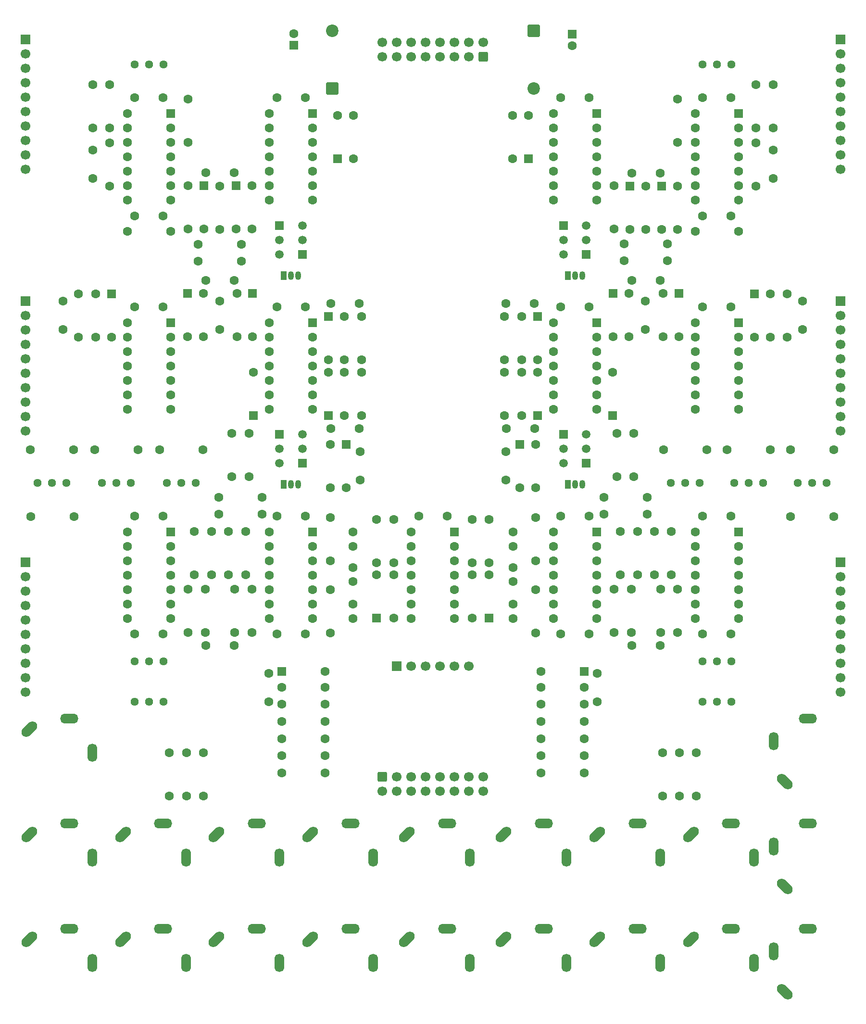
<source format=gbs>
%TF.GenerationSoftware,KiCad,Pcbnew,9.0.4*%
%TF.CreationDate,2025-10-03T19:29:25+02:00*%
%TF.ProjectId,DMH_VCEG_PCB_1,444d485f-5643-4454-975f-5043425f312e,1*%
%TF.SameCoordinates,Original*%
%TF.FileFunction,Soldermask,Bot*%
%TF.FilePolarity,Negative*%
%FSLAX46Y46*%
G04 Gerber Fmt 4.6, Leading zero omitted, Abs format (unit mm)*
G04 Created by KiCad (PCBNEW 9.0.4) date 2025-10-03 19:29:25*
%MOMM*%
%LPD*%
G01*
G04 APERTURE LIST*
G04 Aperture macros list*
%AMRoundRect*
0 Rectangle with rounded corners*
0 $1 Rounding radius*
0 $2 $3 $4 $5 $6 $7 $8 $9 X,Y pos of 4 corners*
0 Add a 4 corners polygon primitive as box body*
4,1,4,$2,$3,$4,$5,$6,$7,$8,$9,$2,$3,0*
0 Add four circle primitives for the rounded corners*
1,1,$1+$1,$2,$3*
1,1,$1+$1,$4,$5*
1,1,$1+$1,$6,$7*
1,1,$1+$1,$8,$9*
0 Add four rect primitives between the rounded corners*
20,1,$1+$1,$2,$3,$4,$5,0*
20,1,$1+$1,$4,$5,$6,$7,0*
20,1,$1+$1,$6,$7,$8,$9,0*
20,1,$1+$1,$8,$9,$2,$3,0*%
%AMHorizOval*
0 Thick line with rounded ends*
0 $1 width*
0 $2 $3 position (X,Y) of the first rounded end (center of the circle)*
0 $4 $5 position (X,Y) of the second rounded end (center of the circle)*
0 Add line between two ends*
20,1,$1,$2,$3,$4,$5,0*
0 Add two circle primitives to create the rounded ends*
1,1,$1,$2,$3*
1,1,$1,$4,$5*%
G04 Aperture macros list end*
%ADD10HorizOval,1.712000X-0.533159X-0.533159X0.533159X0.533159X0*%
%ADD11O,1.712000X3.220000*%
%ADD12O,3.220000X1.712000*%
%ADD13R,1.700000X1.700000*%
%ADD14C,1.700000*%
%ADD15HorizOval,1.712000X-0.533159X0.533159X0.533159X-0.533159X0*%
%ADD16C,1.600000*%
%ADD17C,1.440000*%
%ADD18RoundRect,0.250000X0.550000X0.550000X-0.550000X0.550000X-0.550000X-0.550000X0.550000X-0.550000X0*%
%ADD19R,1.050000X1.500000*%
%ADD20O,1.050000X1.500000*%
%ADD21RoundRect,0.250000X0.550000X-0.550000X0.550000X0.550000X-0.550000X0.550000X-0.550000X-0.550000X0*%
%ADD22RoundRect,0.250000X-0.550000X0.550000X-0.550000X-0.550000X0.550000X-0.550000X0.550000X0.550000X0*%
%ADD23RoundRect,0.249999X-0.850001X0.850001X-0.850001X-0.850001X0.850001X-0.850001X0.850001X0.850001X0*%
%ADD24C,2.200000*%
%ADD25R,1.500000X1.500000*%
%ADD26C,1.500000*%
%ADD27RoundRect,0.250000X-0.600000X0.600000X-0.600000X-0.600000X0.600000X-0.600000X0.600000X0.600000X0*%
%ADD28RoundRect,0.250000X0.600000X-0.600000X0.600000X0.600000X-0.600000X0.600000X-0.600000X-0.600000X0*%
%ADD29RoundRect,0.249999X0.850001X-0.850001X0.850001X0.850001X-0.850001X0.850001X-0.850001X-0.850001X0*%
%ADD30RoundRect,0.250000X-0.550000X-0.550000X0.550000X-0.550000X0.550000X0.550000X-0.550000X0.550000X0*%
G04 APERTURE END LIST*
D10*
%TO.C,J19*%
X145403810Y-204153810D03*
D11*
X156500000Y-208250000D03*
D12*
X152500000Y-202250000D03*
%TD*%
D10*
%TO.C,J14*%
X112403810Y-185653810D03*
D11*
X123500000Y-189750000D03*
D12*
X119500000Y-183750000D03*
%TD*%
D13*
%TO.C,J24*%
X93650000Y-156000000D03*
D14*
X96190000Y-156000000D03*
X98730000Y-156000000D03*
X101270000Y-156000000D03*
X103810000Y-156000000D03*
X106350000Y-156000000D03*
%TD*%
D10*
%TO.C,J3*%
X61903810Y-185653810D03*
D11*
X73000000Y-189750000D03*
D12*
X69000000Y-183750000D03*
%TD*%
D10*
%TO.C,J1*%
X28903810Y-185653810D03*
D11*
X40000000Y-189750000D03*
D12*
X36000000Y-183750000D03*
%TD*%
D10*
%TO.C,J5*%
X78403810Y-204153810D03*
D11*
X89500000Y-208250000D03*
D12*
X85500000Y-202250000D03*
%TD*%
D15*
%TO.C,J20*%
X161903810Y-213346190D03*
D12*
X166000000Y-202250000D03*
D11*
X160000000Y-206250000D03*
%TD*%
D10*
%TO.C,J4*%
X78403810Y-185653810D03*
D11*
X89500000Y-189750000D03*
D12*
X85500000Y-183750000D03*
%TD*%
D10*
%TO.C,J18*%
X128903810Y-204153810D03*
D11*
X140000000Y-208250000D03*
D12*
X136000000Y-202250000D03*
%TD*%
D13*
%TO.C,J21*%
X28250000Y-45750000D03*
D14*
X28250000Y-48290000D03*
X28250000Y-50830000D03*
X28250000Y-53370000D03*
X28250000Y-55910000D03*
X28250000Y-58450000D03*
X28250000Y-60990000D03*
X28250000Y-63530000D03*
X28250000Y-66070000D03*
X28250000Y-68610000D03*
%TD*%
D10*
%TO.C,J7*%
X95403810Y-185653810D03*
D11*
X106500000Y-189750000D03*
D12*
X102500000Y-183750000D03*
%TD*%
D10*
%TO.C,J8*%
X61903810Y-204153810D03*
D11*
X73000000Y-208250000D03*
D12*
X69000000Y-202250000D03*
%TD*%
D13*
%TO.C,J27*%
X171750000Y-137750000D03*
D14*
X171750000Y-140290000D03*
X171750000Y-142830000D03*
X171750000Y-145370000D03*
X171750000Y-147910000D03*
X171750000Y-150450000D03*
X171750000Y-152990000D03*
X171750000Y-155530000D03*
X171750000Y-158070000D03*
X171750000Y-160610000D03*
%TD*%
D13*
%TO.C,J23*%
X28250000Y-137750000D03*
D14*
X28250000Y-140290000D03*
X28250000Y-142830000D03*
X28250000Y-145370000D03*
X28250000Y-147910000D03*
X28250000Y-150450000D03*
X28250000Y-152990000D03*
X28250000Y-155530000D03*
X28250000Y-158070000D03*
X28250000Y-160610000D03*
%TD*%
D10*
%TO.C,J10*%
X28903810Y-204153810D03*
D11*
X40000000Y-208250000D03*
D12*
X36000000Y-202250000D03*
%TD*%
D10*
%TO.C,J13*%
X128903810Y-185653810D03*
D11*
X140000000Y-189750000D03*
D12*
X136000000Y-183750000D03*
%TD*%
D13*
%TO.C,J26*%
X171750000Y-91750000D03*
D14*
X171750000Y-94290000D03*
X171750000Y-96830000D03*
X171750000Y-99370000D03*
X171750000Y-101910000D03*
X171750000Y-104450000D03*
X171750000Y-106990000D03*
X171750000Y-109530000D03*
X171750000Y-112070000D03*
X171750000Y-114610000D03*
%TD*%
D10*
%TO.C,J6*%
X28903810Y-167153810D03*
D11*
X40000000Y-171250000D03*
D12*
X36000000Y-165250000D03*
%TD*%
D13*
%TO.C,J22*%
X28250000Y-91750000D03*
D14*
X28250000Y-94290000D03*
X28250000Y-96830000D03*
X28250000Y-99370000D03*
X28250000Y-101910000D03*
X28250000Y-104450000D03*
X28250000Y-106990000D03*
X28250000Y-109530000D03*
X28250000Y-112070000D03*
X28250000Y-114610000D03*
%TD*%
D10*
%TO.C,J12*%
X145403810Y-185653810D03*
D11*
X156500000Y-189750000D03*
D12*
X152500000Y-183750000D03*
%TD*%
D10*
%TO.C,J2*%
X45403810Y-185653810D03*
D11*
X56500000Y-189750000D03*
D12*
X52500000Y-183750000D03*
%TD*%
D15*
%TO.C,J16*%
X161903810Y-176346190D03*
D12*
X166000000Y-165250000D03*
D11*
X160000000Y-169250000D03*
%TD*%
D13*
%TO.C,J25*%
X171750000Y-45750000D03*
D14*
X171750000Y-48290000D03*
X171750000Y-50830000D03*
X171750000Y-53370000D03*
X171750000Y-55910000D03*
X171750000Y-58450000D03*
X171750000Y-60990000D03*
X171750000Y-63530000D03*
X171750000Y-66070000D03*
X171750000Y-68610000D03*
%TD*%
D10*
%TO.C,J17*%
X95403810Y-204153810D03*
D11*
X106500000Y-208250000D03*
D12*
X102500000Y-202250000D03*
%TD*%
D15*
%TO.C,J11*%
X161903810Y-194846190D03*
D12*
X166000000Y-183750000D03*
D11*
X160000000Y-187750000D03*
%TD*%
D10*
%TO.C,J15*%
X112403810Y-204153810D03*
D11*
X123500000Y-208250000D03*
D12*
X119500000Y-202250000D03*
%TD*%
D10*
%TO.C,J9*%
X45403810Y-204153810D03*
D11*
X56500000Y-208250000D03*
D12*
X52500000Y-202250000D03*
%TD*%
D16*
%TO.C,R110*%
X119000000Y-159750000D03*
X126620000Y-159750000D03*
%TD*%
D17*
%TO.C,RV20*%
X52540000Y-155200000D03*
X50000000Y-155200000D03*
X47460000Y-155200000D03*
%TD*%
D16*
%TO.C,R143*%
X112600000Y-111910000D03*
X112600000Y-104290000D03*
%TD*%
%TO.C,R106*%
X118990000Y-171800000D03*
X126610000Y-171800000D03*
%TD*%
%TO.C,R35*%
X43100000Y-71510000D03*
X43100000Y-63890000D03*
%TD*%
%TO.C,R5*%
X81900000Y-150210000D03*
X81900000Y-142590000D03*
%TD*%
%TO.C,R131*%
X130090000Y-129300000D03*
X137710000Y-129300000D03*
%TD*%
D18*
%TO.C,U16*%
X153810000Y-95585000D03*
D16*
X153810000Y-98125000D03*
X153810000Y-100665000D03*
X153810000Y-103205000D03*
X153810000Y-105745000D03*
X153810000Y-108285000D03*
X153810000Y-110825000D03*
X146190000Y-110825000D03*
X146190000Y-108285000D03*
X146190000Y-105745000D03*
X146190000Y-103205000D03*
X146190000Y-100665000D03*
X146190000Y-98125000D03*
X146190000Y-95585000D03*
%TD*%
%TO.C,C27*%
X152500000Y-56000000D03*
X147500000Y-56000000D03*
%TD*%
%TO.C,C5*%
X72500000Y-56000000D03*
X77500000Y-56000000D03*
%TD*%
%TO.C,R39*%
X87400000Y-94490000D03*
X87400000Y-102110000D03*
%TD*%
D19*
%TO.C,Q5*%
X73730000Y-123990000D03*
D20*
X75000000Y-123990000D03*
X76270000Y-123990000D03*
%TD*%
D17*
%TO.C,RV41*%
X152540000Y-155200000D03*
X150000000Y-155200000D03*
X147460000Y-155200000D03*
%TD*%
D16*
%TO.C,R132*%
X156900000Y-71510000D03*
X156900000Y-63890000D03*
%TD*%
%TO.C,C22*%
X127500000Y-129600000D03*
X122500000Y-129600000D03*
%TD*%
%TO.C,R91*%
X59600000Y-171290000D03*
X59600000Y-178910000D03*
%TD*%
D18*
%TO.C,U11*%
X128810000Y-132385000D03*
D16*
X128810000Y-134925000D03*
X128810000Y-137465000D03*
X128810000Y-140005000D03*
X128810000Y-142545000D03*
X128810000Y-145085000D03*
X128810000Y-147625000D03*
X121190000Y-147625000D03*
X121190000Y-145085000D03*
X121190000Y-142545000D03*
X121190000Y-140005000D03*
X121190000Y-137465000D03*
X121190000Y-134925000D03*
X121190000Y-132385000D03*
%TD*%
%TO.C,R114*%
X106900000Y-130190000D03*
X106900000Y-137810000D03*
%TD*%
%TO.C,R25*%
X56900000Y-79110000D03*
X56900000Y-71490000D03*
%TD*%
%TO.C,R34*%
X69910000Y-129300000D03*
X62290000Y-129300000D03*
%TD*%
%TO.C,R193*%
X139000000Y-132290000D03*
X139000000Y-139910000D03*
%TD*%
%TO.C,C10*%
X47500000Y-92800000D03*
X52500000Y-92800000D03*
%TD*%
%TO.C,C68*%
X135000000Y-88100000D03*
X140000000Y-88100000D03*
%TD*%
%TO.C,C6*%
X72500000Y-92800000D03*
X77500000Y-92800000D03*
%TD*%
D18*
%TO.C,U1*%
X78810000Y-132385000D03*
D16*
X78810000Y-134925000D03*
X78810000Y-137465000D03*
X78810000Y-140005000D03*
X78810000Y-142545000D03*
X78810000Y-145085000D03*
X78810000Y-147625000D03*
X71190000Y-147625000D03*
X71190000Y-145085000D03*
X71190000Y-142545000D03*
X71190000Y-140005000D03*
X71190000Y-137465000D03*
X71190000Y-134925000D03*
X71190000Y-132385000D03*
%TD*%
%TO.C,C25*%
X122500000Y-92800000D03*
X127500000Y-92800000D03*
%TD*%
%TO.C,R19*%
X159900000Y-53690000D03*
X159900000Y-61310000D03*
%TD*%
%TO.C,C11*%
X52500000Y-129600000D03*
X47500000Y-129600000D03*
%TD*%
%TO.C,R14*%
X81010000Y-162750000D03*
X73390000Y-162750000D03*
%TD*%
%TO.C,R40*%
X29090000Y-117900000D03*
X36710000Y-117900000D03*
%TD*%
D19*
%TO.C,Q21*%
X123730000Y-123990000D03*
D20*
X125000000Y-123990000D03*
X126270000Y-123990000D03*
%TD*%
D19*
%TO.C,Q6*%
X73730000Y-87270000D03*
D20*
X75000000Y-87270000D03*
X76270000Y-87270000D03*
%TD*%
D21*
%TO.C,C2*%
X75500000Y-46705113D03*
D16*
X75500000Y-44705113D03*
%TD*%
%TO.C,C8*%
X52500000Y-56000000D03*
X47500000Y-56000000D03*
%TD*%
%TO.C,R41*%
X46190000Y-79500000D03*
X53810000Y-79500000D03*
%TD*%
%TO.C,R118*%
X118990000Y-165800000D03*
X126610000Y-165800000D03*
%TD*%
%TO.C,R108*%
X59600000Y-98060000D03*
X59600000Y-90440000D03*
%TD*%
%TO.C,C59*%
X128900000Y-157300000D03*
X128900000Y-162300000D03*
%TD*%
D22*
%TO.C,D33*%
X118400000Y-94490000D03*
D16*
X118400000Y-102110000D03*
%TD*%
%TO.C,C48*%
X85900000Y-134950000D03*
X85900000Y-132450000D03*
%TD*%
%TO.C,R1*%
X67600000Y-115090000D03*
X67600000Y-122710000D03*
%TD*%
D23*
%TO.C,D1*%
X117750000Y-44170000D03*
D24*
X117750000Y-54330000D03*
%TD*%
D16*
%TO.C,R45*%
X84400000Y-111910000D03*
X84400000Y-104290000D03*
%TD*%
D22*
%TO.C,D6*%
X65300000Y-71490000D03*
D16*
X65300000Y-79110000D03*
%TD*%
%TO.C,R190*%
X140590000Y-117900000D03*
X148210000Y-117900000D03*
%TD*%
%TO.C,R22*%
X53600000Y-178910000D03*
X53600000Y-171290000D03*
%TD*%
D21*
%TO.C,D3*%
X68400000Y-111910000D03*
D16*
X68400000Y-104290000D03*
%TD*%
%TO.C,C47*%
X65000000Y-69200000D03*
X60000000Y-69200000D03*
%TD*%
D22*
%TO.C,D43*%
X43400000Y-90490000D03*
D16*
X43400000Y-98110000D03*
%TD*%
D22*
%TO.C,C1*%
X124500000Y-44794888D03*
D16*
X124500000Y-46794888D03*
%TD*%
%TO.C,R42*%
X40490000Y-117900000D03*
X48110000Y-117900000D03*
%TD*%
%TO.C,R13*%
X81010000Y-159750000D03*
X73390000Y-159750000D03*
%TD*%
%TO.C,R101*%
X134900000Y-142490000D03*
X134900000Y-150110000D03*
%TD*%
%TO.C,R8*%
X64600000Y-122710000D03*
X64600000Y-115090000D03*
%TD*%
D22*
%TO.C,D14*%
X81600000Y-94490000D03*
D16*
X81600000Y-102110000D03*
%TD*%
%TO.C,R4*%
X65100000Y-142490000D03*
X65100000Y-150110000D03*
%TD*%
%TO.C,R133*%
X133000000Y-139910000D03*
X133000000Y-132290000D03*
%TD*%
%TO.C,R136*%
X112600000Y-94490000D03*
X112600000Y-102110000D03*
%TD*%
%TO.C,R116*%
X37600000Y-98110000D03*
X37600000Y-90490000D03*
%TD*%
%TO.C,C28*%
X152500000Y-76800000D03*
X147500000Y-76800000D03*
%TD*%
%TO.C,C77*%
X62500000Y-96800000D03*
X62500000Y-91800000D03*
%TD*%
%TO.C,C53*%
X40100000Y-70200000D03*
X40100000Y-65200000D03*
%TD*%
D17*
%TO.C,RV21*%
X52540000Y-162305000D03*
X50000000Y-162305000D03*
X47460000Y-162305000D03*
%TD*%
D22*
%TO.C,D26*%
X140300000Y-71500000D03*
D16*
X140300000Y-79120000D03*
%TD*%
%TO.C,R92*%
X56900000Y-142490000D03*
X56900000Y-150110000D03*
%TD*%
%TO.C,R139*%
X159410000Y-117900000D03*
X151790000Y-117900000D03*
%TD*%
%TO.C,R194*%
X136000000Y-132290000D03*
X136000000Y-139910000D03*
%TD*%
%TO.C,R97*%
X64000000Y-132290000D03*
X64000000Y-139910000D03*
%TD*%
D18*
%TO.C,U17*%
X153810000Y-132385000D03*
D16*
X153810000Y-134925000D03*
X153810000Y-137465000D03*
X153810000Y-140005000D03*
X153810000Y-142545000D03*
X153810000Y-145085000D03*
X153810000Y-147625000D03*
X146190000Y-147625000D03*
X146190000Y-145085000D03*
X146190000Y-142545000D03*
X146190000Y-140005000D03*
X146190000Y-137465000D03*
X146190000Y-134925000D03*
X146190000Y-132385000D03*
%TD*%
D21*
%TO.C,D34*%
X116800000Y-66710000D03*
D16*
X116800000Y-59090000D03*
%TD*%
%TO.C,C12*%
X52500000Y-150400000D03*
X47500000Y-150400000D03*
%TD*%
%TO.C,R36*%
X67000000Y-139910000D03*
X67000000Y-132290000D03*
%TD*%
%TO.C,R199*%
X156900000Y-61310000D03*
X156900000Y-53690000D03*
%TD*%
D17*
%TO.C,RV19*%
X58240000Y-123805000D03*
X55700000Y-123805000D03*
X53160000Y-123805000D03*
%TD*%
D16*
%TO.C,C31*%
X152500000Y-150400000D03*
X147500000Y-150400000D03*
%TD*%
D22*
%TO.C,D12*%
X68250000Y-90440000D03*
D16*
X68250000Y-98060000D03*
%TD*%
%TO.C,R16*%
X90100000Y-137810000D03*
X90100000Y-130190000D03*
%TD*%
D17*
%TO.C,RV24*%
X147460000Y-50095000D03*
X150000000Y-50095000D03*
X152540000Y-50095000D03*
%TD*%
D21*
%TO.C,D32*%
X109900000Y-147610000D03*
D16*
X109900000Y-139990000D03*
%TD*%
D22*
%TO.C,D41*%
X56800000Y-90440000D03*
D16*
X56800000Y-98060000D03*
%TD*%
%TO.C,R98*%
X132400000Y-115090000D03*
X132400000Y-122710000D03*
%TD*%
%TO.C,C58*%
X135000000Y-152400000D03*
X140000000Y-152400000D03*
%TD*%
%TO.C,R20*%
X81010000Y-168800000D03*
X73390000Y-168800000D03*
%TD*%
%TO.C,C55*%
X82000000Y-114200000D03*
X87000000Y-114200000D03*
%TD*%
%TO.C,R7*%
X59900000Y-150110000D03*
X59900000Y-142490000D03*
%TD*%
%TO.C,C42*%
X65000000Y-152400000D03*
X60000000Y-152400000D03*
%TD*%
%TO.C,R9*%
X81010000Y-171800000D03*
X73390000Y-171800000D03*
%TD*%
%TO.C,R141*%
X143100000Y-63810000D03*
X143100000Y-56190000D03*
%TD*%
D22*
%TO.C,D5*%
X84700000Y-116990000D03*
D16*
X84700000Y-124610000D03*
%TD*%
%TO.C,C72*%
X97500000Y-129600000D03*
X102500000Y-129600000D03*
%TD*%
D18*
%TO.C,U7*%
X53810000Y-132385000D03*
D16*
X53810000Y-134925000D03*
X53810000Y-137465000D03*
X53810000Y-140005000D03*
X53810000Y-142545000D03*
X53810000Y-145085000D03*
X53810000Y-147625000D03*
X46190000Y-147625000D03*
X46190000Y-145085000D03*
X46190000Y-142545000D03*
X46190000Y-140005000D03*
X46190000Y-137465000D03*
X46190000Y-134925000D03*
X46190000Y-132385000D03*
%TD*%
%TO.C,R21*%
X81010000Y-165800000D03*
X73390000Y-165800000D03*
%TD*%
%TO.C,R47*%
X86000000Y-66710000D03*
X86000000Y-59090000D03*
%TD*%
D22*
%TO.C,D44*%
X156600000Y-90490000D03*
D16*
X156600000Y-98110000D03*
%TD*%
%TO.C,C78*%
X137400000Y-96800000D03*
X137400000Y-91800000D03*
%TD*%
%TO.C,R32*%
X93100000Y-139990000D03*
X93100000Y-147610000D03*
%TD*%
%TO.C,C63*%
X135000000Y-69210000D03*
X140000000Y-69210000D03*
%TD*%
%TO.C,C46*%
X87200000Y-118300000D03*
X87200000Y-123300000D03*
%TD*%
%TO.C,R31*%
X65500000Y-90440000D03*
X65500000Y-98060000D03*
%TD*%
%TO.C,R100*%
X137500000Y-71500000D03*
X137500000Y-79120000D03*
%TD*%
%TO.C,R2*%
X58690000Y-81750000D03*
X66310000Y-81750000D03*
%TD*%
%TO.C,R120*%
X118100000Y-129890000D03*
X118100000Y-137510000D03*
%TD*%
D25*
%TO.C,Q20*%
X127000000Y-83560000D03*
D26*
X127000000Y-81020000D03*
X127000000Y-78480000D03*
%TD*%
D16*
%TO.C,C30*%
X152500000Y-129600000D03*
X147500000Y-129600000D03*
%TD*%
%TO.C,R43*%
X106900000Y-139990000D03*
X106900000Y-147610000D03*
%TD*%
%TO.C,R122*%
X143100000Y-79120000D03*
X143100000Y-71500000D03*
%TD*%
D25*
%TO.C,Q17*%
X123000000Y-115200000D03*
D26*
X123000000Y-117740000D03*
X123000000Y-120280000D03*
%TD*%
D16*
%TO.C,R188*%
X140400000Y-171290000D03*
X140400000Y-178910000D03*
%TD*%
D25*
%TO.C,Q4*%
X77000000Y-83560000D03*
D26*
X77000000Y-81020000D03*
X77000000Y-78480000D03*
%TD*%
D16*
%TO.C,R129*%
X159400000Y-90490000D03*
X159400000Y-98110000D03*
%TD*%
D18*
%TO.C,U12*%
X128810000Y-58785000D03*
D16*
X128810000Y-61325000D03*
X128810000Y-63865000D03*
X128810000Y-66405000D03*
X128810000Y-68945000D03*
X128810000Y-71485000D03*
X128810000Y-74025000D03*
X121190000Y-74025000D03*
X121190000Y-71485000D03*
X121190000Y-68945000D03*
X121190000Y-66405000D03*
X121190000Y-63865000D03*
X121190000Y-61325000D03*
X121190000Y-58785000D03*
%TD*%
%TO.C,C44*%
X85900000Y-141150000D03*
X85900000Y-138650000D03*
%TD*%
%TO.C,R95*%
X56600000Y-171290000D03*
X56600000Y-178910000D03*
%TD*%
D27*
%TO.C,J200*%
X91110000Y-175497500D03*
D14*
X93650000Y-175497500D03*
X96190000Y-175497500D03*
X98730000Y-175497500D03*
X101270000Y-175497500D03*
X103810000Y-175497500D03*
X106350000Y-175497500D03*
X108890000Y-175497500D03*
X91110000Y-178037500D03*
X93650000Y-178037500D03*
X96190000Y-178037500D03*
X98730000Y-178037500D03*
X101270000Y-178037500D03*
X103810000Y-178037500D03*
X106350000Y-178037500D03*
X108890000Y-178037500D03*
%TD*%
D16*
%TO.C,R117*%
X118990000Y-168800000D03*
X126610000Y-168800000D03*
%TD*%
D28*
%TO.C,J100*%
X108890000Y-48752500D03*
D14*
X108890000Y-46212500D03*
X106350000Y-48752500D03*
X106350000Y-46212500D03*
X103810000Y-48752500D03*
X103810000Y-46212500D03*
X101270000Y-48752500D03*
X101270000Y-46212500D03*
X98730000Y-48752500D03*
X98730000Y-46212500D03*
X96190000Y-48752500D03*
X96190000Y-46212500D03*
X93650000Y-48752500D03*
X93650000Y-46212500D03*
X91110000Y-48752500D03*
X91110000Y-46212500D03*
%TD*%
D16*
%TO.C,C80*%
X34900000Y-96800000D03*
X34900000Y-91800000D03*
%TD*%
D25*
%TO.C,Q18*%
X127000000Y-120290000D03*
D26*
X127000000Y-117750000D03*
X127000000Y-115210000D03*
%TD*%
D17*
%TO.C,RV40*%
X146940000Y-123805000D03*
X144400000Y-123805000D03*
X141860000Y-123805000D03*
%TD*%
D16*
%TO.C,R140*%
X162400000Y-98110000D03*
X162400000Y-90490000D03*
%TD*%
%TO.C,C69*%
X159900000Y-70200000D03*
X159900000Y-65200000D03*
%TD*%
%TO.C,R128*%
X134500000Y-90440000D03*
X134500000Y-98060000D03*
%TD*%
%TO.C,R142*%
X115600000Y-111910000D03*
X115600000Y-104290000D03*
%TD*%
%TO.C,C56*%
X165100000Y-96800000D03*
X165100000Y-91800000D03*
%TD*%
%TO.C,R137*%
X170610000Y-117900000D03*
X162990000Y-117900000D03*
%TD*%
%TO.C,C60*%
X114100000Y-141150000D03*
X114100000Y-138650000D03*
%TD*%
D25*
%TO.C,Q1*%
X73000000Y-115200000D03*
D26*
X73000000Y-117740000D03*
X73000000Y-120280000D03*
%TD*%
D21*
%TO.C,D22*%
X131600000Y-111910000D03*
D16*
X131600000Y-104290000D03*
%TD*%
%TO.C,R138*%
X146190000Y-79500000D03*
X153810000Y-79500000D03*
%TD*%
%TO.C,R123*%
X131900000Y-79110000D03*
X131900000Y-71490000D03*
%TD*%
%TO.C,C64*%
X114100000Y-134950000D03*
X114100000Y-132450000D03*
%TD*%
%TO.C,R135*%
X115600000Y-94490000D03*
X115600000Y-102110000D03*
%TD*%
%TO.C,R102*%
X118100000Y-150210000D03*
X118100000Y-142590000D03*
%TD*%
D22*
%TO.C,D42*%
X143300000Y-90440000D03*
D16*
X143300000Y-98060000D03*
%TD*%
%TO.C,R23*%
X81900000Y-129890000D03*
X81900000Y-137510000D03*
%TD*%
%TO.C,C54*%
X82000000Y-92200000D03*
X87000000Y-92200000D03*
%TD*%
D18*
%TO.C,U25*%
X103810000Y-132385000D03*
D16*
X103810000Y-134925000D03*
X103810000Y-137465000D03*
X103810000Y-140005000D03*
X103810000Y-142545000D03*
X103810000Y-145085000D03*
X103810000Y-147625000D03*
X96190000Y-147625000D03*
X96190000Y-145085000D03*
X96190000Y-142545000D03*
X96190000Y-140005000D03*
X96190000Y-137465000D03*
X96190000Y-134925000D03*
X96190000Y-132385000D03*
%TD*%
D18*
%TO.C,U13*%
X128810000Y-95585000D03*
D16*
X128810000Y-98125000D03*
X128810000Y-100665000D03*
X128810000Y-103205000D03*
X128810000Y-105745000D03*
X128810000Y-108285000D03*
X128810000Y-110825000D03*
X121190000Y-110825000D03*
X121190000Y-108285000D03*
X121190000Y-105745000D03*
X121190000Y-103205000D03*
X121190000Y-100665000D03*
X121190000Y-98125000D03*
X121190000Y-95585000D03*
%TD*%
%TO.C,C29*%
X147500000Y-92800000D03*
X152500000Y-92800000D03*
%TD*%
%TO.C,R96*%
X61000000Y-132290000D03*
X61000000Y-139910000D03*
%TD*%
%TO.C,R189*%
X143100000Y-142490000D03*
X143100000Y-150110000D03*
%TD*%
%TO.C,R191*%
X142000000Y-132290000D03*
X142000000Y-139910000D03*
%TD*%
D25*
%TO.C,Q19*%
X123000000Y-78460000D03*
D26*
X123000000Y-81000000D03*
X123000000Y-83540000D03*
%TD*%
D16*
%TO.C,R93*%
X59510000Y-117900000D03*
X51890000Y-117900000D03*
%TD*%
D17*
%TO.C,RV3*%
X47460000Y-50095000D03*
X50000000Y-50095000D03*
X52540000Y-50095000D03*
%TD*%
D16*
%TO.C,C70*%
X117800000Y-92200000D03*
X112800000Y-92200000D03*
%TD*%
%TO.C,R12*%
X81000000Y-174800000D03*
X73380000Y-174800000D03*
%TD*%
%TO.C,R99*%
X141310000Y-81700000D03*
X133690000Y-81700000D03*
%TD*%
%TO.C,R201*%
X40600000Y-90490000D03*
X40600000Y-98110000D03*
%TD*%
D21*
%TO.C,D15*%
X83200000Y-66710000D03*
D16*
X83200000Y-59090000D03*
%TD*%
D29*
%TO.C,D2*%
X82250000Y-54330000D03*
D24*
X82250000Y-44170000D03*
%TD*%
D16*
%TO.C,R3*%
X62500000Y-71500000D03*
X62500000Y-79120000D03*
%TD*%
D18*
%TO.C,U3*%
X78810000Y-95585000D03*
D16*
X78810000Y-98125000D03*
X78810000Y-100665000D03*
X78810000Y-103205000D03*
X78810000Y-105745000D03*
X78810000Y-108285000D03*
X78810000Y-110825000D03*
X71190000Y-110825000D03*
X71190000Y-108285000D03*
X71190000Y-105745000D03*
X71190000Y-103205000D03*
X71190000Y-100665000D03*
X71190000Y-98125000D03*
X71190000Y-95585000D03*
%TD*%
%TO.C,R10*%
X58690000Y-84750000D03*
X66310000Y-84750000D03*
%TD*%
%TO.C,C3*%
X77500000Y-129600000D03*
X72500000Y-129600000D03*
%TD*%
%TO.C,C52*%
X65000000Y-88100000D03*
X60000000Y-88100000D03*
%TD*%
%TO.C,R121*%
X118100000Y-116990000D03*
X118100000Y-124610000D03*
%TD*%
%TO.C,R24*%
X81900000Y-116990000D03*
X81900000Y-124610000D03*
%TD*%
%TO.C,R109*%
X118990000Y-174800000D03*
X126610000Y-174800000D03*
%TD*%
D22*
%TO.C,D25*%
X134700000Y-71500000D03*
D16*
X134700000Y-79120000D03*
%TD*%
D21*
%TO.C,D35*%
X118400000Y-111910000D03*
D16*
X118400000Y-104290000D03*
%TD*%
%TO.C,C57*%
X114100000Y-145140000D03*
X114100000Y-147640000D03*
%TD*%
D21*
%TO.C,D13*%
X90100000Y-147610000D03*
D16*
X90100000Y-139990000D03*
%TD*%
%TO.C,C4*%
X77500000Y-150400000D03*
X72500000Y-150400000D03*
%TD*%
D21*
%TO.C,D16*%
X81600000Y-111910000D03*
D16*
X81600000Y-104290000D03*
%TD*%
%TO.C,R17*%
X93100000Y-137810000D03*
X93100000Y-130190000D03*
%TD*%
%TO.C,R38*%
X84400000Y-94490000D03*
X84400000Y-102110000D03*
%TD*%
D18*
%TO.C,U6*%
X53810000Y-95585000D03*
D16*
X53810000Y-98125000D03*
X53810000Y-100665000D03*
X53810000Y-103205000D03*
X53810000Y-105745000D03*
X53810000Y-108285000D03*
X53810000Y-110825000D03*
X46190000Y-110825000D03*
X46190000Y-108285000D03*
X46190000Y-105745000D03*
X46190000Y-103205000D03*
X46190000Y-100665000D03*
X46190000Y-98125000D03*
X46190000Y-95585000D03*
%TD*%
D30*
%TO.C,D4*%
X73390000Y-156950000D03*
D16*
X81010000Y-156950000D03*
%TD*%
%TO.C,R134*%
X131900000Y-150110000D03*
X131900000Y-142490000D03*
%TD*%
D19*
%TO.C,Q22*%
X123730000Y-87270000D03*
D20*
X125000000Y-87270000D03*
X126270000Y-87270000D03*
%TD*%
D16*
%TO.C,R196*%
X40100000Y-53690000D03*
X40100000Y-61310000D03*
%TD*%
%TO.C,R44*%
X56900000Y-56190000D03*
X56900000Y-63810000D03*
%TD*%
%TO.C,R103*%
X170610000Y-129700000D03*
X162990000Y-129700000D03*
%TD*%
D22*
%TO.C,D7*%
X59700000Y-71490000D03*
D16*
X59700000Y-79110000D03*
%TD*%
%TO.C,R33*%
X62290000Y-126300000D03*
X69910000Y-126300000D03*
%TD*%
D25*
%TO.C,Q3*%
X73000000Y-78460000D03*
D26*
X73000000Y-81000000D03*
X73000000Y-83540000D03*
%TD*%
D16*
%TO.C,R119*%
X146400000Y-178910000D03*
X146400000Y-171290000D03*
%TD*%
%TO.C,C71*%
X117900000Y-114200000D03*
X112900000Y-114200000D03*
%TD*%
D25*
%TO.C,Q2*%
X77000000Y-120290000D03*
D26*
X77000000Y-117750000D03*
X77000000Y-115210000D03*
%TD*%
D22*
%TO.C,D31*%
X131700000Y-90440000D03*
D16*
X131700000Y-98060000D03*
%TD*%
D18*
%TO.C,U2*%
X78810000Y-58785000D03*
D16*
X78810000Y-61325000D03*
X78810000Y-63865000D03*
X78810000Y-66405000D03*
X78810000Y-68945000D03*
X78810000Y-71485000D03*
X78810000Y-74025000D03*
X71190000Y-74025000D03*
X71190000Y-71485000D03*
X71190000Y-68945000D03*
X71190000Y-66405000D03*
X71190000Y-63865000D03*
X71190000Y-61325000D03*
X71190000Y-58785000D03*
%TD*%
D17*
%TO.C,RV42*%
X152540000Y-162305000D03*
X150000000Y-162305000D03*
X147460000Y-162305000D03*
%TD*%
D16*
%TO.C,C9*%
X52500000Y-76800000D03*
X47500000Y-76800000D03*
%TD*%
D17*
%TO.C,RV1*%
X46840000Y-123805000D03*
X44300000Y-123805000D03*
X41760000Y-123805000D03*
%TD*%
D16*
%TO.C,R104*%
X140100000Y-150110000D03*
X140100000Y-142490000D03*
%TD*%
D17*
%TO.C,RV2*%
X35440000Y-123805000D03*
X32900000Y-123805000D03*
X30360000Y-123805000D03*
%TD*%
%TO.C,RV23*%
X169340000Y-123800000D03*
X166800000Y-123800000D03*
X164260000Y-123800000D03*
%TD*%
D16*
%TO.C,R37*%
X68100000Y-150110000D03*
X68100000Y-142490000D03*
%TD*%
%TO.C,R115*%
X140500000Y-98060000D03*
X140500000Y-90440000D03*
%TD*%
%TO.C,R144*%
X113990000Y-66710000D03*
X113990000Y-59090000D03*
%TD*%
D18*
%TO.C,U15*%
X153810000Y-58785000D03*
D16*
X153810000Y-61325000D03*
X153810000Y-63865000D03*
X153810000Y-66405000D03*
X153810000Y-68945000D03*
X153810000Y-71485000D03*
X153810000Y-74025000D03*
X146190000Y-74025000D03*
X146190000Y-71485000D03*
X146190000Y-68945000D03*
X146190000Y-66405000D03*
X146190000Y-63865000D03*
X146190000Y-61325000D03*
X146190000Y-58785000D03*
%TD*%
D22*
%TO.C,D24*%
X115300000Y-116990000D03*
D16*
X115300000Y-124610000D03*
%TD*%
%TO.C,C41*%
X85900000Y-145150000D03*
X85900000Y-147650000D03*
%TD*%
%TO.C,C24*%
X122500000Y-56000000D03*
X127500000Y-56000000D03*
%TD*%
D18*
%TO.C,D23*%
X126620000Y-156950000D03*
D16*
X119000000Y-156950000D03*
%TD*%
%TO.C,R6*%
X29190000Y-129700000D03*
X36810000Y-129700000D03*
%TD*%
%TO.C,C62*%
X112800000Y-118300000D03*
X112800000Y-123300000D03*
%TD*%
D17*
%TO.C,RV22*%
X158140000Y-123805000D03*
X155600000Y-123805000D03*
X153060000Y-123805000D03*
%TD*%
D16*
%TO.C,R113*%
X109900000Y-137810000D03*
X109900000Y-130190000D03*
%TD*%
%TO.C,R107*%
X141310000Y-84700000D03*
X133690000Y-84700000D03*
%TD*%
%TO.C,R130*%
X137710000Y-126300000D03*
X130090000Y-126300000D03*
%TD*%
%TO.C,R105*%
X135400000Y-122710000D03*
X135400000Y-115090000D03*
%TD*%
%TO.C,R192*%
X143400000Y-171290000D03*
X143400000Y-178910000D03*
%TD*%
%TO.C,R94*%
X58000000Y-132290000D03*
X58000000Y-139910000D03*
%TD*%
%TO.C,C43*%
X71100000Y-157300000D03*
X71100000Y-162300000D03*
%TD*%
%TO.C,R111*%
X119000000Y-162750000D03*
X126620000Y-162750000D03*
%TD*%
%TO.C,R195*%
X43100000Y-61310000D03*
X43100000Y-53690000D03*
%TD*%
D18*
%TO.C,U5*%
X53810000Y-58785000D03*
D16*
X53810000Y-61325000D03*
X53810000Y-63865000D03*
X53810000Y-66405000D03*
X53810000Y-68945000D03*
X53810000Y-71485000D03*
X53810000Y-74025000D03*
X46190000Y-74025000D03*
X46190000Y-71485000D03*
X46190000Y-68945000D03*
X46190000Y-66405000D03*
X46190000Y-63865000D03*
X46190000Y-61325000D03*
X46190000Y-58785000D03*
%TD*%
%TO.C,R46*%
X87400000Y-111910000D03*
X87400000Y-104290000D03*
%TD*%
%TO.C,R26*%
X68100000Y-79110000D03*
X68100000Y-71490000D03*
%TD*%
%TO.C,C23*%
X127500000Y-150400000D03*
X122500000Y-150400000D03*
%TD*%
M02*

</source>
